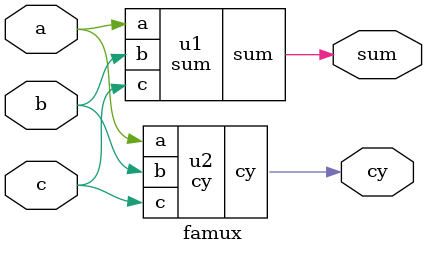
<source format=v>
`timescale 1ns / 1ps
module sum(input a,b,c,output reg sum);
always@(a,b,c)
begin
if(a==0 && b==0)
sum=c;
if(a==0 && b==1)
sum=(~c);
if(a==1 && b==0)
sum=(~c);
if(a==1 && b==1)
sum=c;
end
endmodule
module cy(input a,b,c,output reg cy);
always@(a,b,c)
begin
if(a==0 && b==0)
cy=0;
if(a==0 && b==1)
cy=c;
if(a==1 && b==0)
cy=c;
if(a==1 && b==1)
cy=1;
end
endmodule
module famux(input a,b,c,output  sum,cy);
sum u1(a,b,c,sum);
cy u2(a,b,c,cy);
endmodule

</source>
